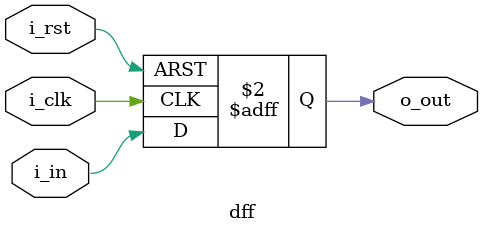
<source format=v>
`timescale 1ns / 1ps

module dff (
    input wire i_clk,        // System clock
    input wire i_rst,        // Reset
    input wire i_in,         // Input data
    output reg o_out    // Output data
);

    always @(posedge i_clk or posedge i_rst)
    begin
        if (i_rst)
            o_out <= 1'b0;
        else
            o_out <= i_in;
        end
endmodule

</source>
